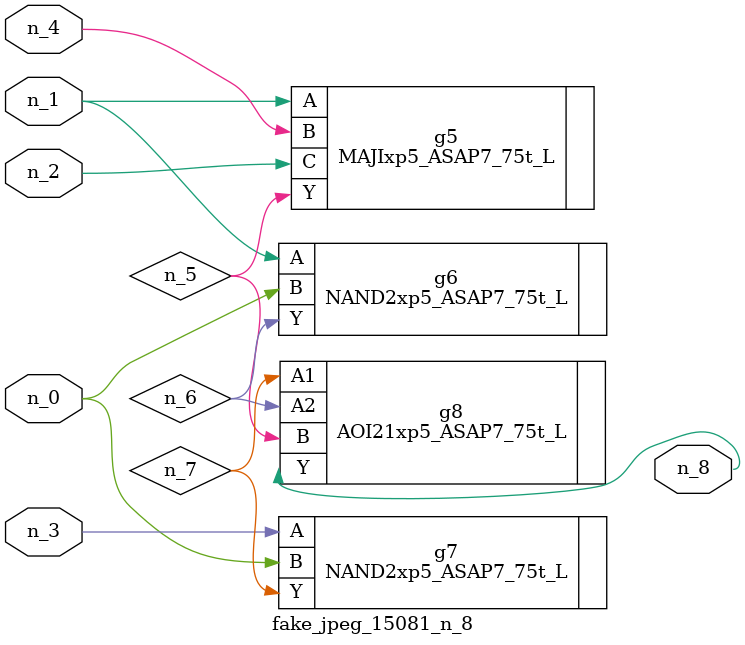
<source format=v>
module fake_jpeg_15081_n_8 (n_3, n_2, n_1, n_0, n_4, n_8);

input n_3;
input n_2;
input n_1;
input n_0;
input n_4;

output n_8;

wire n_6;
wire n_5;
wire n_7;

MAJIxp5_ASAP7_75t_L g5 ( 
.A(n_1),
.B(n_4),
.C(n_2),
.Y(n_5)
);

NAND2xp5_ASAP7_75t_L g6 ( 
.A(n_1),
.B(n_0),
.Y(n_6)
);

NAND2xp5_ASAP7_75t_L g7 ( 
.A(n_3),
.B(n_0),
.Y(n_7)
);

AOI21xp5_ASAP7_75t_L g8 ( 
.A1(n_7),
.A2(n_6),
.B(n_5),
.Y(n_8)
);


endmodule
</source>
